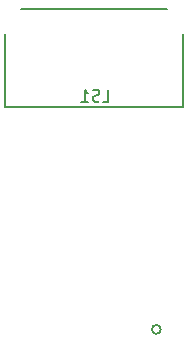
<source format=gbo>
G04 #@! TF.GenerationSoftware,KiCad,Pcbnew,(5.1.8)-1*
G04 #@! TF.CreationDate,2021-01-24T13:56:55+09:00*
G04 #@! TF.ProjectId,USB-Audio-PCM2906,5553422d-4175-4646-996f-2d50434d3239,rev?*
G04 #@! TF.SameCoordinates,Original*
G04 #@! TF.FileFunction,Legend,Bot*
G04 #@! TF.FilePolarity,Positive*
%FSLAX46Y46*%
G04 Gerber Fmt 4.6, Leading zero omitted, Abs format (unit mm)*
G04 Created by KiCad (PCBNEW (5.1.8)-1) date 2021-01-24 13:56:55*
%MOMM*%
%LPD*%
G01*
G04 APERTURE LIST*
%ADD10C,0.152400*%
%ADD11C,0.150000*%
%ADD12O,1.500000X3.000000*%
%ADD13C,1.701800*%
%ADD14C,1.498600*%
%ADD15R,1.200000X2.000000*%
%ADD16C,0.508000*%
G04 APERTURE END LIST*
D10*
G04 #@! TO.C,J1*
X154159000Y-117146000D02*
G75*
G03*
X154159000Y-117146000I-381000J0D01*
G01*
D11*
G04 #@! TO.C,LS1*
X141000000Y-98300000D02*
X141000000Y-92100000D01*
X156000000Y-98300000D02*
X141000000Y-98300000D01*
X156000000Y-92100000D02*
X156000000Y-98300000D01*
X142300000Y-90000000D02*
X154700000Y-90000000D01*
X149242857Y-97852380D02*
X149719047Y-97852380D01*
X149719047Y-96852380D01*
X148957142Y-97804761D02*
X148814285Y-97852380D01*
X148576190Y-97852380D01*
X148480952Y-97804761D01*
X148433333Y-97757142D01*
X148385714Y-97661904D01*
X148385714Y-97566666D01*
X148433333Y-97471428D01*
X148480952Y-97423809D01*
X148576190Y-97376190D01*
X148766666Y-97328571D01*
X148861904Y-97280952D01*
X148909523Y-97233333D01*
X148957142Y-97138095D01*
X148957142Y-97042857D01*
X148909523Y-96947619D01*
X148861904Y-96900000D01*
X148766666Y-96852380D01*
X148528571Y-96852380D01*
X148385714Y-96900000D01*
X147433333Y-97852380D02*
X148004761Y-97852380D01*
X147719047Y-97852380D02*
X147719047Y-96852380D01*
X147814285Y-96995238D01*
X147909523Y-97090476D01*
X148004761Y-97138095D01*
G04 #@! TD*
%LPC*%
D12*
G04 #@! TO.C,J1*
X154350000Y-119571994D03*
X142650001Y-119571994D03*
D13*
X150800001Y-119500000D03*
X146200000Y-119500000D03*
D14*
X152000000Y-117400000D03*
X149500001Y-117400000D03*
X147500000Y-117400000D03*
X145000002Y-117400000D03*
G04 #@! TD*
D15*
G04 #@! TO.C,LS1*
X141600000Y-91000000D03*
X155400000Y-91000000D03*
G04 #@! TD*
D16*
G04 #@! TO.C,U4*
X144400000Y-91906300D03*
X144400000Y-92693700D03*
G04 #@! TD*
M02*

</source>
